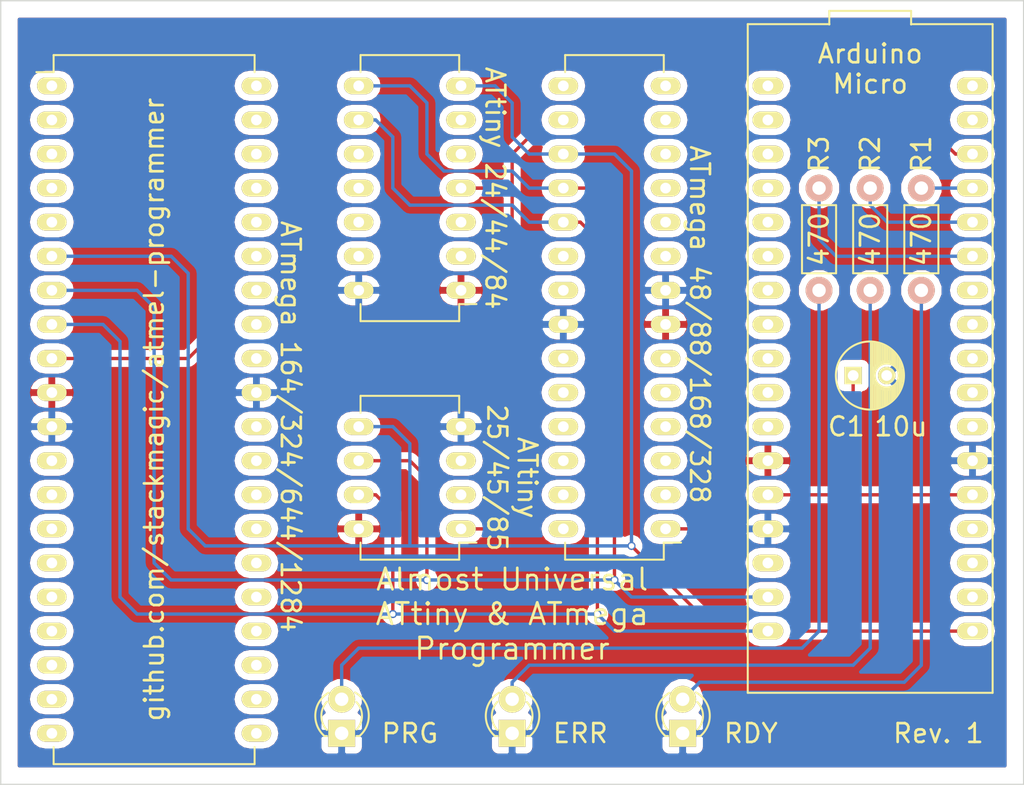
<source format=kicad_pcb>
(kicad_pcb (version 4) (host pcbnew 4.0.2+dfsg1-stable)
  (layers (0 F.Cu signal) (31 B.Cu signal) (34 B.Paste user) (35 F.Paste user) (36 B.SilkS user) (37 F.SilkS user) (38 B.Mask user) (39 F.Mask user) (44 Edge.Cuts user))
  (net 0 "")
  (net 1 "Net-(C1-Pad1)")
  (net 2 GND)
  (net 3 "Net-(D1-Pad2)")
  (net 4 "Net-(D2-Pad2)")
  (net 5 "Net-(D3-Pad2)")
  (net 6 RST)
  (net 7 "Net-(IC1-Pad2)")
  (net 8 "Net-(IC1-Pad3)")
  (net 9 MOSI)
  (net 10 MISO)
  (net 11 VCC)
  (net 12 "Net-(IC2-Pad2)")
  (net 13 "Net-(IC2-Pad3)")
  (net 14 "Net-(IC2-Pad5)")
  (net 15 "Net-(IC2-Pad6)")
  (net 16 SCK)
  (net 17 "Net-(IC2-Pad10)")
  (net 18 "Net-(IC2-Pad11)")
  (net 19 "Net-(IC2-Pad12)")
  (net 20 "Net-(IC2-Pad13)")
  (net 21 "Net-(IC3-Pad2)")
  (net 22 "Net-(IC3-Pad3)")
  (net 23 "Net-(IC3-Pad4)")
  (net 24 "Net-(IC3-Pad5)")
  (net 25 "Net-(IC3-Pad6)")
  (net 26 "Net-(IC3-Pad9)")
  (net 27 "Net-(IC3-Pad10)")
  (net 28 "Net-(IC3-Pad11)")
  (net 29 "Net-(IC3-Pad12)")
  (net 30 "Net-(IC3-Pad13)")
  (net 31 "Net-(IC3-Pad14)")
  (net 32 "Net-(IC3-Pad15)")
  (net 33 "Net-(IC3-Pad16)")
  (net 34 "Net-(IC3-Pad20)")
  (net 35 "Net-(IC3-Pad21)")
  (net 36 "Net-(IC3-Pad23)")
  (net 37 "Net-(IC3-Pad24)")
  (net 38 "Net-(IC3-Pad25)")
  (net 39 "Net-(IC3-Pad26)")
  (net 40 "Net-(IC3-Pad27)")
  (net 41 "Net-(IC3-Pad28)")
  (net 42 "Net-(IC4-Pad1)")
  (net 43 "Net-(IC4-Pad2)")
  (net 44 "Net-(IC4-Pad3)")
  (net 45 "Net-(IC4-Pad4)")
  (net 46 "Net-(IC4-Pad5)")
  (net 47 "Net-(IC4-Pad12)")
  (net 48 "Net-(IC4-Pad13)")
  (net 49 "Net-(IC4-Pad14)")
  (net 50 "Net-(IC4-Pad15)")
  (net 51 "Net-(IC4-Pad16)")
  (net 52 "Net-(IC4-Pad17)")
  (net 53 "Net-(IC4-Pad18)")
  (net 54 "Net-(IC4-Pad19)")
  (net 55 "Net-(IC4-Pad20)")
  (net 56 "Net-(IC4-Pad21)")
  (net 57 "Net-(IC4-Pad22)")
  (net 58 "Net-(IC4-Pad23)")
  (net 59 "Net-(IC4-Pad24)")
  (net 60 "Net-(IC4-Pad25)")
  (net 61 "Net-(IC4-Pad26)")
  (net 62 "Net-(IC4-Pad27)")
  (net 63 "Net-(IC4-Pad28)")
  (net 64 "Net-(IC4-Pad29)")
  (net 65 "Net-(IC4-Pad30)")
  (net 66 "Net-(IC4-Pad32)")
  (net 67 "Net-(IC4-Pad33)")
  (net 68 "Net-(IC4-Pad34)")
  (net 69 "Net-(IC4-Pad35)")
  (net 70 "Net-(IC4-Pad36)")
  (net 71 "Net-(IC4-Pad37)")
  (net 72 "Net-(IC4-Pad38)")
  (net 73 "Net-(IC4-Pad39)")
  (net 74 "Net-(IC4-Pad40)")
  (net 75 "Net-(R1-Pad2)")
  (net 76 "Net-(R2-Pad2)")
  (net 77 "Net-(R3-Pad2)")
  (module Capacitors_ThroughHole:C_Radial_D5_L6_P2.5 (layer F.Cu) (at 166.37 105.41)
    (fp_text reference C1 (at -0.508 3.81) (layer F.SilkS) (effects (font (size 1.4 1.4) (thickness 0.2))))
    (fp_text value 10u (at 3.556 3.81) (layer F.SilkS) (effects (font (size 1.4 1.4) (thickness 0.2))))
    (fp_line (start 1.325 -2.499) (end 1.325 2.499) (layer F.SilkS) (width 0.15))
    (fp_line (start 1.465 -2.491) (end 1.465 2.491) (layer F.SilkS) (width 0.15))
    (fp_line (start 1.605 -2.475) (end 1.605 -0.095) (layer F.SilkS) (width 0.15))
    (fp_line (start 1.605 0.095) (end 1.605 2.475) (layer F.SilkS) (width 0.15))
    (fp_line (start 1.745 -2.451) (end 1.745 -0.49) (layer F.SilkS) (width 0.15))
    (fp_line (start 1.745 0.49) (end 1.745 2.451) (layer F.SilkS) (width 0.15))
    (fp_line (start 1.885 -2.418) (end 1.885 -0.657) (layer F.SilkS) (width 0.15))
    (fp_line (start 1.885 0.657) (end 1.885 2.418) (layer F.SilkS) (width 0.15))
    (fp_line (start 2.025 -2.377) (end 2.025 -0.764) (layer F.SilkS) (width 0.15))
    (fp_line (start 2.025 0.764) (end 2.025 2.377) (layer F.SilkS) (width 0.15))
    (fp_line (start 2.165 -2.327) (end 2.165 -0.835) (layer F.SilkS) (width 0.15))
    (fp_line (start 2.165 0.835) (end 2.165 2.327) (layer F.SilkS) (width 0.15))
    (fp_line (start 2.305 -2.266) (end 2.305 -0.879) (layer F.SilkS) (width 0.15))
    (fp_line (start 2.305 0.879) (end 2.305 2.266) (layer F.SilkS) (width 0.15))
    (fp_line (start 2.445 -2.196) (end 2.445 -0.898) (layer F.SilkS) (width 0.15))
    (fp_line (start 2.445 0.898) (end 2.445 2.196) (layer F.SilkS) (width 0.15))
    (fp_line (start 2.585 -2.114) (end 2.585 -0.896) (layer F.SilkS) (width 0.15))
    (fp_line (start 2.585 0.896) (end 2.585 2.114) (layer F.SilkS) (width 0.15))
    (fp_line (start 2.725 -2.019) (end 2.725 -0.871) (layer F.SilkS) (width 0.15))
    (fp_line (start 2.725 0.871) (end 2.725 2.019) (layer F.SilkS) (width 0.15))
    (fp_line (start 2.865 -1.908) (end 2.865 -0.823) (layer F.SilkS) (width 0.15))
    (fp_line (start 2.865 0.823) (end 2.865 1.908) (layer F.SilkS) (width 0.15))
    (fp_line (start 3.005 -1.78) (end 3.005 -0.745) (layer F.SilkS) (width 0.15))
    (fp_line (start 3.005 0.745) (end 3.005 1.78) (layer F.SilkS) (width 0.15))
    (fp_line (start 3.145 -1.631) (end 3.145 -0.628) (layer F.SilkS) (width 0.15))
    (fp_line (start 3.145 0.628) (end 3.145 1.631) (layer F.SilkS) (width 0.15))
    (fp_line (start 3.285 -1.452) (end 3.285 -0.44) (layer F.SilkS) (width 0.15))
    (fp_line (start 3.285 0.44) (end 3.285 1.452) (layer F.SilkS) (width 0.15))
    (fp_line (start 3.425 -1.233) (end 3.425 1.233) (layer F.SilkS) (width 0.15))
    (fp_line (start 3.565 -0.944) (end 3.565 0.944) (layer F.SilkS) (width 0.15))
    (fp_line (start 3.705 -0.472) (end 3.705 0.472) (layer F.SilkS) (width 0.15))
    (fp_circle (center 2.5 0) (end 2.5 -0.9) (layer F.SilkS) (width 0.15))
    (fp_circle (center 1.25 0) (end 1.25 -2.5375) (layer F.SilkS) (width 0.15))
    (pad 1 thru_hole rect (at 0 0) (size 1.3 1.3) (drill 0.8) (layers *.Cu *.Mask F.SilkS) (net 1 "Net-(C1-Pad1)"))
    (pad 2 thru_hole circle (at 2.5 0) (size 1.3 1.3) (drill 0.8) (layers *.Cu *.Mask F.SilkS) (net 2 GND))
  )
  (module custom_footprints:ArduinoMicro (layer F.Cu) (at 167.64 104.14 270)
    (fp_text reference U1 hide)
    (fp_text value Arduino_Micro_ISP hide)
    (fp_line (start -24.892 3.048) (end -25.908 3.048) (layer F.SilkS) (width 0.15))
    (fp_line (start -25.908 3.048) (end -25.908 -3.048) (layer F.SilkS) (width 0.15))
    (fp_line (start -25.908 -3.048) (end -24.892 -3.048) (layer F.SilkS) (width 0.15))
    (fp_line (start -24.92 9.119999) (end 24.92 9.12) (layer F.SilkS) (width 0.15))
    (fp_line (start 24.92 9.12) (end 24.92 -9.119999) (layer F.SilkS) (width 0.15))
    (fp_line (start 24.92 -9.119999) (end -24.92 -9.12) (layer F.SilkS) (width 0.15))
    (fp_line (start -24.92 -9.12) (end -24.92 -3.04) (layer F.SilkS) (width 0.15))
    (fp_line (start -24.92 3.039999) (end -24.92 9.119999) (layer F.SilkS) (width 0.15))
    (pad 34 thru_hole oval (at -20.32 -7.62 270) (size 1.25 2.3) (drill 0.8) (layers *.Cu *.Mask F.SilkS))
    (pad 1 thru_hole oval (at -20.32 7.62 270) (size 1.25 2.3) (drill 0.8) (layers *.Cu *.Mask F.SilkS))
    (pad 33 thru_hole oval (at -17.78 -7.62 270) (size 1.25 2.3) (drill 0.8) (layers *.Cu *.Mask F.SilkS))
    (pad 2 thru_hole oval (at -17.78 7.62 270) (size 1.25 2.3) (drill 0.8) (layers *.Cu *.Mask F.SilkS))
    (pad 32 thru_hole oval (at -15.24 -7.62 270) (size 1.25 2.3) (drill 0.8) (layers *.Cu *.Mask F.SilkS) (net 6 RST))
    (pad 3 thru_hole oval (at -15.24 7.62 270) (size 1.25 2.3) (drill 0.8) (layers *.Cu *.Mask F.SilkS))
    (pad 31 thru_hole oval (at -12.7 -7.62 270) (size 1.25 2.3) (drill 0.8) (layers *.Cu *.Mask F.SilkS) (net 75 "Net-(R1-Pad2)"))
    (pad 4 thru_hole oval (at -12.7 7.62 270) (size 1.25 2.3) (drill 0.8) (layers *.Cu *.Mask F.SilkS))
    (pad 30 thru_hole oval (at -10.16 -7.62 270) (size 1.25 2.3) (drill 0.8) (layers *.Cu *.Mask F.SilkS) (net 76 "Net-(R2-Pad2)"))
    (pad 5 thru_hole oval (at -10.16 7.62 270) (size 1.25 2.3) (drill 0.8) (layers *.Cu *.Mask F.SilkS))
    (pad 29 thru_hole oval (at -7.62 -7.62 270) (size 1.25 2.3) (drill 0.8) (layers *.Cu *.Mask F.SilkS) (net 77 "Net-(R3-Pad2)"))
    (pad 6 thru_hole oval (at -7.62 7.62 270) (size 1.25 2.3) (drill 0.8) (layers *.Cu *.Mask F.SilkS))
    (pad 28 thru_hole oval (at -5.08 -7.62 270) (size 1.25 2.3) (drill 0.8) (layers *.Cu *.Mask F.SilkS))
    (pad 7 thru_hole oval (at -5.08 7.62 270) (size 1.25 2.3) (drill 0.8) (layers *.Cu *.Mask F.SilkS))
    (pad 27 thru_hole oval (at -2.54 -7.62 270) (size 1.25 2.3) (drill 0.8) (layers *.Cu *.Mask F.SilkS))
    (pad 8 thru_hole oval (at -2.54 7.62 270) (size 1.25 2.3) (drill 0.8) (layers *.Cu *.Mask F.SilkS))
    (pad 26 thru_hole oval (at 0 -7.62 270) (size 1.25 2.3) (drill 0.8) (layers *.Cu *.Mask F.SilkS))
    (pad 9 thru_hole oval (at 0 7.62 270) (size 1.25 2.3) (drill 0.8) (layers *.Cu *.Mask F.SilkS))
    (pad 25 thru_hole oval (at 2.54 -7.62 270) (size 1.25 2.3) (drill 0.8) (layers *.Cu *.Mask F.SilkS))
    (pad 10 thru_hole oval (at 2.54 7.62 270) (size 1.25 2.3) (drill 0.8) (layers *.Cu *.Mask F.SilkS))
    (pad 24 thru_hole oval (at 5.08 -7.62 270) (size 1.25 2.3) (drill 0.8) (layers *.Cu *.Mask F.SilkS))
    (pad 11 thru_hole oval (at 5.08 7.62 270) (size 1.25 2.3) (drill 0.8) (layers *.Cu *.Mask F.SilkS))
    (pad 23 thru_hole oval (at 7.62 -7.62 270) (size 1.25 2.3) (drill 0.8) (layers *.Cu *.Mask F.SilkS) (net 2 GND))
    (pad 12 thru_hole oval (at 7.62 7.62 270) (size 1.25 2.3) (drill 0.8) (layers *.Cu *.Mask F.SilkS) (net 11 VCC))
    (pad 22 thru_hole oval (at 10.16 -7.62 270) (size 1.25 2.3) (drill 0.8) (layers *.Cu *.Mask F.SilkS) (net 1 "Net-(C1-Pad1)"))
    (pad 13 thru_hole oval (at 10.16 7.62 270) (size 1.25 2.3) (drill 0.8) (layers *.Cu *.Mask F.SilkS) (net 1 "Net-(C1-Pad1)"))
    (pad 21 thru_hole oval (at 12.7 -7.62 270) (size 1.25 2.3) (drill 0.8) (layers *.Cu *.Mask F.SilkS))
    (pad 14 thru_hole oval (at 12.7 7.62 270) (size 1.25 2.3) (drill 0.8) (layers *.Cu *.Mask F.SilkS) (net 2 GND))
    (pad 20 thru_hole oval (at 15.24 -7.62 270) (size 1.25 2.3) (drill 0.8) (layers *.Cu *.Mask F.SilkS))
    (pad 15 thru_hole oval (at 15.24 7.62 270) (size 1.25 2.3) (drill 0.8) (layers *.Cu *.Mask F.SilkS))
    (pad 19 thru_hole oval (at 17.78 -7.62 270) (size 1.25 2.3) (drill 0.8) (layers *.Cu *.Mask F.SilkS))
    (pad 16 thru_hole oval (at 17.78 7.62 270) (size 1.25 2.3) (drill 0.8) (layers *.Cu *.Mask F.SilkS) (net 10 MISO))
    (pad 18 thru_hole oval (at 20.32 -7.62 270) (size 1.25 2.3) (drill 0.8) (layers *.Cu *.Mask F.SilkS) (net 9 MOSI))
    (pad 17 thru_hole oval (at 20.32 7.62 270) (size 1.25 2.3) (drill 0.8) (layers *.Cu *.Mask F.SilkS) (net 16 SCK))
  )
  (module LEDs:LED-3MM (layer F.Cu) (at 153.67 132.08 90)
    (fp_text reference D1 hide)
    (fp_text value LED hide)
    (fp_line (start -0.199 1.314) (end -0.199 1.114) (layer F.SilkS) (width 0.15))
    (fp_line (start -0.199 -1.28) (end -0.199 -1.1) (layer F.SilkS) (width 0.15))
    (fp_arc (start 1.301 0.034) (end -0.199 -1.286) (angle 108.5) (layer F.SilkS) (width 0.15))
    (fp_arc (start 1.301 0.034) (end 0.25 -1.1) (angle 85.7) (layer F.SilkS) (width 0.15))
    (fp_arc (start 1.311 0.034) (end 3.051 0.994) (angle 110) (layer F.SilkS) (width 0.15))
    (fp_arc (start 1.301 0.034) (end 2.335 1.094) (angle 87.5) (layer F.SilkS) (width 0.15))
    (fp_text user RDY (at 0 5.08 180) (layer F.SilkS) (effects (font (size 1.4 1.4) (thickness 0.2))))
    (pad 1 thru_hole rect (at 0 0 180) (size 2 2) (drill 1.00076) (layers *.Cu *.Mask F.SilkS) (net 2 GND))
    (pad 2 thru_hole circle (at 2.54 0 90) (size 2 2) (drill 1.00076) (layers *.Cu *.Mask F.SilkS) (net 3 "Net-(D1-Pad2)"))
  )
  (module LEDs:LED-3MM (layer F.Cu) (at 140.97 132.08 90)
    (fp_text reference D2 hide)
    (fp_text value LED hide)
    (fp_line (start -0.199 1.314) (end -0.199 1.114) (layer F.SilkS) (width 0.15))
    (fp_line (start -0.199 -1.28) (end -0.199 -1.1) (layer F.SilkS) (width 0.15))
    (fp_arc (start 1.301 0.034) (end -0.199 -1.286) (angle 108.5) (layer F.SilkS) (width 0.15))
    (fp_arc (start 1.301 0.034) (end 0.25 -1.1) (angle 85.7) (layer F.SilkS) (width 0.15))
    (fp_arc (start 1.311 0.034) (end 3.051 0.994) (angle 110) (layer F.SilkS) (width 0.15))
    (fp_arc (start 1.301 0.034) (end 2.335 1.094) (angle 87.5) (layer F.SilkS) (width 0.15))
    (fp_text user ERR (at 0 5.08 180) (layer F.SilkS) (effects (font (size 1.4 1.4) (thickness 0.2))))
    (pad 1 thru_hole rect (at 0 0 180) (size 2 2) (drill 1.00076) (layers *.Cu *.Mask F.SilkS) (net 2 GND))
    (pad 2 thru_hole circle (at 2.54 0 90) (size 2 2) (drill 1.00076) (layers *.Cu *.Mask F.SilkS) (net 4 "Net-(D2-Pad2)"))
  )
  (module LEDs:LED-3MM (layer F.Cu) (at 128.27 132.08 90)
    (fp_text reference D3 hide)
    (fp_text value LED hide)
    (fp_line (start -0.199 1.314) (end -0.199 1.114) (layer F.SilkS) (width 0.15))
    (fp_line (start -0.199 -1.28) (end -0.199 -1.1) (layer F.SilkS) (width 0.15))
    (fp_arc (start 1.301 0.034) (end -0.199 -1.286) (angle 108.5) (layer F.SilkS) (width 0.15))
    (fp_arc (start 1.301 0.034) (end 0.25 -1.1) (angle 85.7) (layer F.SilkS) (width 0.15))
    (fp_arc (start 1.311 0.034) (end 3.051 0.994) (angle 110) (layer F.SilkS) (width 0.15))
    (fp_arc (start 1.301 0.034) (end 2.335 1.094) (angle 87.5) (layer F.SilkS) (width 0.15))
    (fp_text user PRG (at 0 5.08 180) (layer F.SilkS) (effects (font (size 1.4 1.4) (thickness 0.2))))
    (pad 1 thru_hole rect (at 0 0 180) (size 2 2) (drill 1.00076) (layers *.Cu *.Mask F.SilkS) (net 2 GND))
    (pad 2 thru_hole circle (at 2.54 0 90) (size 2 2) (drill 1.00076) (layers *.Cu *.Mask F.SilkS) (net 5 "Net-(D3-Pad2)"))
  )
  (module Housings_DIP:DIP-14_W7.62mm_LongPads (layer F.Cu) (at 137.16 99.06 180)
    (fp_text reference IC2 hide)
    (fp_text value ATTINY84-P hide)
    (fp_line (start 0.135 -2.295) (end 0.135 -1.025) (layer F.SilkS) (width 0.15))
    (fp_line (start 7.485 -2.295) (end 7.485 -1.025) (layer F.SilkS) (width 0.15))
    (fp_line (start 7.485 17.535) (end 7.485 16.265) (layer F.SilkS) (width 0.15))
    (fp_line (start 0.135 17.535) (end 0.135 16.265) (layer F.SilkS) (width 0.15))
    (fp_line (start 0.135 -2.295) (end 7.485 -2.295) (layer F.SilkS) (width 0.15))
    (fp_line (start 0.135 17.535) (end 7.485 17.535) (layer F.SilkS) (width 0.15))
    (fp_line (start 0.135 -1.025) (end -1.15 -1.025) (layer F.SilkS) (width 0.15))
    (pad 1 thru_hole oval (at 0 0 180) (size 2.2 1.25) (drill 0.8) (layers *.Cu *.Mask F.SilkS) (net 11 VCC))
    (pad 2 thru_hole oval (at 0 2.54 180) (size 2.2 1.25) (drill 0.8) (layers *.Cu *.Mask F.SilkS) (net 12 "Net-(IC2-Pad2)"))
    (pad 3 thru_hole oval (at 0 5.08 180) (size 2.2 1.25) (drill 0.8) (layers *.Cu *.Mask F.SilkS) (net 13 "Net-(IC2-Pad3)"))
    (pad 4 thru_hole oval (at 0 7.62 180) (size 2.2 1.25) (drill 0.8) (layers *.Cu *.Mask F.SilkS) (net 6 RST))
    (pad 5 thru_hole oval (at 0 10.16 180) (size 2.2 1.25) (drill 0.8) (layers *.Cu *.Mask F.SilkS) (net 14 "Net-(IC2-Pad5)"))
    (pad 6 thru_hole oval (at 0 12.7 180) (size 2.2 1.25) (drill 0.8) (layers *.Cu *.Mask F.SilkS) (net 15 "Net-(IC2-Pad6)"))
    (pad 7 thru_hole oval (at 0 15.24 180) (size 2.2 1.25) (drill 0.8) (layers *.Cu *.Mask F.SilkS) (net 9 MOSI))
    (pad 8 thru_hole oval (at 7.62 15.24 180) (size 2.2 1.25) (drill 0.8) (layers *.Cu *.Mask F.SilkS) (net 10 MISO))
    (pad 9 thru_hole oval (at 7.62 12.7 180) (size 2.2 1.25) (drill 0.8) (layers *.Cu *.Mask F.SilkS) (net 16 SCK))
    (pad 10 thru_hole oval (at 7.62 10.16 180) (size 2.2 1.25) (drill 0.8) (layers *.Cu *.Mask F.SilkS) (net 17 "Net-(IC2-Pad10)"))
    (pad 11 thru_hole oval (at 7.62 7.62 180) (size 2.2 1.25) (drill 0.8) (layers *.Cu *.Mask F.SilkS) (net 18 "Net-(IC2-Pad11)"))
    (pad 12 thru_hole oval (at 7.62 5.08 180) (size 2.2 1.25) (drill 0.8) (layers *.Cu *.Mask F.SilkS) (net 19 "Net-(IC2-Pad12)"))
    (pad 13 thru_hole oval (at 7.62 2.54 180) (size 2.2 1.25) (drill 0.8) (layers *.Cu *.Mask F.SilkS) (net 20 "Net-(IC2-Pad13)"))
    (pad 14 thru_hole oval (at 7.62 0 180) (size 2.2 1.25) (drill 0.8) (layers *.Cu *.Mask F.SilkS) (net 2 GND))
  )
  (module Housings_DIP:DIP-28_W7.62mm_LongPads (layer F.Cu) (at 152.4 116.84 180)
    (fp_text reference IC3 hide)
    (fp_text value ATMEGA328-P hide)
    (fp_line (start 0.135 -2.295) (end 0.135 -1.025) (layer F.SilkS) (width 0.15))
    (fp_line (start 7.485 -2.295) (end 7.485 -1.025) (layer F.SilkS) (width 0.15))
    (fp_line (start 7.485 35.315) (end 7.485 34.045) (layer F.SilkS) (width 0.15))
    (fp_line (start 0.135 35.315) (end 0.135 34.045) (layer F.SilkS) (width 0.15))
    (fp_line (start 0.135 -2.295) (end 7.485 -2.295) (layer F.SilkS) (width 0.15))
    (fp_line (start 0.135 35.315) (end 7.485 35.315) (layer F.SilkS) (width 0.15))
    (fp_line (start 0.135 -1.025) (end -1.15 -1.025) (layer F.SilkS) (width 0.15))
    (pad 1 thru_hole oval (at 0 0 180) (size 2.2 1.25) (drill 0.8) (layers *.Cu *.Mask F.SilkS) (net 6 RST))
    (pad 2 thru_hole oval (at 0 2.54 180) (size 2.2 1.25) (drill 0.8) (layers *.Cu *.Mask F.SilkS) (net 21 "Net-(IC3-Pad2)"))
    (pad 3 thru_hole oval (at 0 5.08 180) (size 2.2 1.25) (drill 0.8) (layers *.Cu *.Mask F.SilkS) (net 22 "Net-(IC3-Pad3)"))
    (pad 4 thru_hole oval (at 0 7.62 180) (size 2.2 1.25) (drill 0.8) (layers *.Cu *.Mask F.SilkS) (net 23 "Net-(IC3-Pad4)"))
    (pad 5 thru_hole oval (at 0 10.16 180) (size 2.2 1.25) (drill 0.8) (layers *.Cu *.Mask F.SilkS) (net 24 "Net-(IC3-Pad5)"))
    (pad 6 thru_hole oval (at 0 12.7 180) (size 2.2 1.25) (drill 0.8) (layers *.Cu *.Mask F.SilkS) (net 25 "Net-(IC3-Pad6)"))
    (pad 7 thru_hole oval (at 0 15.24 180) (size 2.2 1.25) (drill 0.8) (layers *.Cu *.Mask F.SilkS) (net 11 VCC))
    (pad 8 thru_hole oval (at 0 17.78 180) (size 2.2 1.25) (drill 0.8) (layers *.Cu *.Mask F.SilkS) (net 2 GND))
    (pad 9 thru_hole oval (at 0 20.32 180) (size 2.2 1.25) (drill 0.8) (layers *.Cu *.Mask F.SilkS) (net 26 "Net-(IC3-Pad9)"))
    (pad 10 thru_hole oval (at 0 22.86 180) (size 2.2 1.25) (drill 0.8) (layers *.Cu *.Mask F.SilkS) (net 27 "Net-(IC3-Pad10)"))
    (pad 11 thru_hole oval (at 0 25.4 180) (size 2.2 1.25) (drill 0.8) (layers *.Cu *.Mask F.SilkS) (net 28 "Net-(IC3-Pad11)"))
    (pad 12 thru_hole oval (at 0 27.94 180) (size 2.2 1.25) (drill 0.8) (layers *.Cu *.Mask F.SilkS) (net 29 "Net-(IC3-Pad12)"))
    (pad 13 thru_hole oval (at 0 30.48 180) (size 2.2 1.25) (drill 0.8) (layers *.Cu *.Mask F.SilkS) (net 30 "Net-(IC3-Pad13)"))
    (pad 14 thru_hole oval (at 0 33.02 180) (size 2.2 1.25) (drill 0.8) (layers *.Cu *.Mask F.SilkS) (net 31 "Net-(IC3-Pad14)"))
    (pad 15 thru_hole oval (at 7.62 33.02 180) (size 2.2 1.25) (drill 0.8) (layers *.Cu *.Mask F.SilkS) (net 32 "Net-(IC3-Pad15)"))
    (pad 16 thru_hole oval (at 7.62 30.48 180) (size 2.2 1.25) (drill 0.8) (layers *.Cu *.Mask F.SilkS) (net 33 "Net-(IC3-Pad16)"))
    (pad 17 thru_hole oval (at 7.62 27.94 180) (size 2.2 1.25) (drill 0.8) (layers *.Cu *.Mask F.SilkS) (net 9 MOSI))
    (pad 18 thru_hole oval (at 7.62 25.4 180) (size 2.2 1.25) (drill 0.8) (layers *.Cu *.Mask F.SilkS) (net 10 MISO))
    (pad 19 thru_hole oval (at 7.62 22.86 180) (size 2.2 1.25) (drill 0.8) (layers *.Cu *.Mask F.SilkS) (net 16 SCK))
    (pad 20 thru_hole oval (at 7.62 20.32 180) (size 2.2 1.25) (drill 0.8) (layers *.Cu *.Mask F.SilkS) (net 34 "Net-(IC3-Pad20)"))
    (pad 21 thru_hole oval (at 7.62 17.78 180) (size 2.2 1.25) (drill 0.8) (layers *.Cu *.Mask F.SilkS) (net 35 "Net-(IC3-Pad21)"))
    (pad 22 thru_hole oval (at 7.62 15.24 180) (size 2.2 1.25) (drill 0.8) (layers *.Cu *.Mask F.SilkS) (net 2 GND))
    (pad 23 thru_hole oval (at 7.62 12.7 180) (size 2.2 1.25) (drill 0.8) (layers *.Cu *.Mask F.SilkS) (net 36 "Net-(IC3-Pad23)"))
    (pad 24 thru_hole oval (at 7.62 10.16 180) (size 2.2 1.25) (drill 0.8) (layers *.Cu *.Mask F.SilkS) (net 37 "Net-(IC3-Pad24)"))
    (pad 25 thru_hole oval (at 7.62 7.62 180) (size 2.2 1.25) (drill 0.8) (layers *.Cu *.Mask F.SilkS) (net 38 "Net-(IC3-Pad25)"))
    (pad 26 thru_hole oval (at 7.62 5.08 180) (size 2.2 1.25) (drill 0.8) (layers *.Cu *.Mask F.SilkS) (net 39 "Net-(IC3-Pad26)"))
    (pad 27 thru_hole oval (at 7.62 2.54 180) (size 2.2 1.25) (drill 0.8) (layers *.Cu *.Mask F.SilkS) (net 40 "Net-(IC3-Pad27)"))
    (pad 28 thru_hole oval (at 7.62 0 180) (size 2.2 1.25) (drill 0.8) (layers *.Cu *.Mask F.SilkS) (net 41 "Net-(IC3-Pad28)"))
  )
  (module Housings_DIP:DIP-40_W15.24mm_LongPads (layer F.Cu) (at 106.68 83.82)
    (fp_text reference IC4 hide)
    (fp_text value ATMEGA1284-P hide)
    (fp_line (start 0.135 -2.295) (end 0.135 -1.025) (layer F.SilkS) (width 0.15))
    (fp_line (start 15.105 -2.295) (end 15.105 -1.025) (layer F.SilkS) (width 0.15))
    (fp_line (start 15.105 50.555) (end 15.105 49.285) (layer F.SilkS) (width 0.15))
    (fp_line (start 0.135 50.555) (end 0.135 49.285) (layer F.SilkS) (width 0.15))
    (fp_line (start 0.135 -2.295) (end 15.105 -2.295) (layer F.SilkS) (width 0.15))
    (fp_line (start 0.135 50.555) (end 15.105 50.555) (layer F.SilkS) (width 0.15))
    (fp_line (start 0.135 -1.025) (end -1.15 -1.025) (layer F.SilkS) (width 0.15))
    (pad 1 thru_hole oval (at 0 0) (size 2.2 1.25) (drill 0.8) (layers *.Cu *.Mask F.SilkS) (net 42 "Net-(IC4-Pad1)"))
    (pad 2 thru_hole oval (at 0 2.54) (size 2.2 1.25) (drill 0.8) (layers *.Cu *.Mask F.SilkS) (net 43 "Net-(IC4-Pad2)"))
    (pad 3 thru_hole oval (at 0 5.08) (size 2.2 1.25) (drill 0.8) (layers *.Cu *.Mask F.SilkS) (net 44 "Net-(IC4-Pad3)"))
    (pad 4 thru_hole oval (at 0 7.62) (size 2.2 1.25) (drill 0.8) (layers *.Cu *.Mask F.SilkS) (net 45 "Net-(IC4-Pad4)"))
    (pad 5 thru_hole oval (at 0 10.16) (size 2.2 1.25) (drill 0.8) (layers *.Cu *.Mask F.SilkS) (net 46 "Net-(IC4-Pad5)"))
    (pad 6 thru_hole oval (at 0 12.7) (size 2.2 1.25) (drill 0.8) (layers *.Cu *.Mask F.SilkS) (net 9 MOSI))
    (pad 7 thru_hole oval (at 0 15.24) (size 2.2 1.25) (drill 0.8) (layers *.Cu *.Mask F.SilkS) (net 10 MISO))
    (pad 8 thru_hole oval (at 0 17.78) (size 2.2 1.25) (drill 0.8) (layers *.Cu *.Mask F.SilkS) (net 16 SCK))
    (pad 9 thru_hole oval (at 0 20.32) (size 2.2 1.25) (drill 0.8) (layers *.Cu *.Mask F.SilkS) (net 6 RST))
    (pad 10 thru_hole oval (at 0 22.86) (size 2.2 1.25) (drill 0.8) (layers *.Cu *.Mask F.SilkS) (net 11 VCC))
    (pad 11 thru_hole oval (at 0 25.4) (size 2.2 1.25) (drill 0.8) (layers *.Cu *.Mask F.SilkS) (net 2 GND))
    (pad 12 thru_hole oval (at 0 27.94) (size 2.2 1.25) (drill 0.8) (layers *.Cu *.Mask F.SilkS) (net 47 "Net-(IC4-Pad12)"))
    (pad 13 thru_hole oval (at 0 30.48) (size 2.2 1.25) (drill 0.8) (layers *.Cu *.Mask F.SilkS) (net 48 "Net-(IC4-Pad13)"))
    (pad 14 thru_hole oval (at 0 33.02) (size 2.2 1.25) (drill 0.8) (layers *.Cu *.Mask F.SilkS) (net 49 "Net-(IC4-Pad14)"))
    (pad 15 thru_hole oval (at 0 35.56) (size 2.2 1.25) (drill 0.8) (layers *.Cu *.Mask F.SilkS) (net 50 "Net-(IC4-Pad15)"))
    (pad 16 thru_hole oval (at 0 38.1) (size 2.2 1.25) (drill 0.8) (layers *.Cu *.Mask F.SilkS) (net 51 "Net-(IC4-Pad16)"))
    (pad 17 thru_hole oval (at 0 40.64) (size 2.2 1.25) (drill 0.8) (layers *.Cu *.Mask F.SilkS) (net 52 "Net-(IC4-Pad17)"))
    (pad 18 thru_hole oval (at 0 43.18) (size 2.2 1.25) (drill 0.8) (layers *.Cu *.Mask F.SilkS) (net 53 "Net-(IC4-Pad18)"))
    (pad 19 thru_hole oval (at 0 45.72) (size 2.2 1.25) (drill 0.8) (layers *.Cu *.Mask F.SilkS) (net 54 "Net-(IC4-Pad19)"))
    (pad 20 thru_hole oval (at 0 48.26) (size 2.2 1.25) (drill 0.8) (layers *.Cu *.Mask F.SilkS) (net 55 "Net-(IC4-Pad20)"))
    (pad 21 thru_hole oval (at 15.24 48.26) (size 2.2 1.25) (drill 0.8) (layers *.Cu *.Mask F.SilkS) (net 56 "Net-(IC4-Pad21)"))
    (pad 22 thru_hole oval (at 15.24 45.72) (size 2.2 1.25) (drill 0.8) (layers *.Cu *.Mask F.SilkS) (net 57 "Net-(IC4-Pad22)"))
    (pad 23 thru_hole oval (at 15.24 43.18) (size 2.2 1.25) (drill 0.8) (layers *.Cu *.Mask F.SilkS) (net 58 "Net-(IC4-Pad23)"))
    (pad 24 thru_hole oval (at 15.24 40.64) (size 2.2 1.25) (drill 0.8) (layers *.Cu *.Mask F.SilkS) (net 59 "Net-(IC4-Pad24)"))
    (pad 25 thru_hole oval (at 15.24 38.1) (size 2.2 1.25) (drill 0.8) (layers *.Cu *.Mask F.SilkS) (net 60 "Net-(IC4-Pad25)"))
    (pad 26 thru_hole oval (at 15.24 35.56) (size 2.2 1.25) (drill 0.8) (layers *.Cu *.Mask F.SilkS) (net 61 "Net-(IC4-Pad26)"))
    (pad 27 thru_hole oval (at 15.24 33.02) (size 2.2 1.25) (drill 0.8) (layers *.Cu *.Mask F.SilkS) (net 62 "Net-(IC4-Pad27)"))
    (pad 28 thru_hole oval (at 15.24 30.48) (size 2.2 1.25) (drill 0.8) (layers *.Cu *.Mask F.SilkS) (net 63 "Net-(IC4-Pad28)"))
    (pad 29 thru_hole oval (at 15.24 27.94) (size 2.2 1.25) (drill 0.8) (layers *.Cu *.Mask F.SilkS) (net 64 "Net-(IC4-Pad29)"))
    (pad 30 thru_hole oval (at 15.24 25.4) (size 2.2 1.25) (drill 0.8) (layers *.Cu *.Mask F.SilkS) (net 65 "Net-(IC4-Pad30)"))
    (pad 31 thru_hole oval (at 15.24 22.86) (size 2.2 1.25) (drill 0.8) (layers *.Cu *.Mask F.SilkS) (net 2 GND))
    (pad 32 thru_hole oval (at 15.24 20.32) (size 2.2 1.25) (drill 0.8) (layers *.Cu *.Mask F.SilkS) (net 66 "Net-(IC4-Pad32)"))
    (pad 33 thru_hole oval (at 15.24 17.78) (size 2.2 1.25) (drill 0.8) (layers *.Cu *.Mask F.SilkS) (net 67 "Net-(IC4-Pad33)"))
    (pad 34 thru_hole oval (at 15.24 15.24) (size 2.2 1.25) (drill 0.8) (layers *.Cu *.Mask F.SilkS) (net 68 "Net-(IC4-Pad34)"))
    (pad 35 thru_hole oval (at 15.24 12.7) (size 2.2 1.25) (drill 0.8) (layers *.Cu *.Mask F.SilkS) (net 69 "Net-(IC4-Pad35)"))
    (pad 36 thru_hole oval (at 15.24 10.16) (size 2.2 1.25) (drill 0.8) (layers *.Cu *.Mask F.SilkS) (net 70 "Net-(IC4-Pad36)"))
    (pad 37 thru_hole oval (at 15.24 7.62) (size 2.2 1.25) (drill 0.8) (layers *.Cu *.Mask F.SilkS) (net 71 "Net-(IC4-Pad37)"))
    (pad 38 thru_hole oval (at 15.24 5.08) (size 2.2 1.25) (drill 0.8) (layers *.Cu *.Mask F.SilkS) (net 72 "Net-(IC4-Pad38)"))
    (pad 39 thru_hole oval (at 15.24 2.54) (size 2.2 1.25) (drill 0.8) (layers *.Cu *.Mask F.SilkS) (net 73 "Net-(IC4-Pad39)"))
    (pad 40 thru_hole oval (at 15.24 0) (size 2.2 1.25) (drill 0.8) (layers *.Cu *.Mask F.SilkS) (net 74 "Net-(IC4-Pad40)"))
  )
  (module Housings_DIP:DIP-8_W7.62mm_LongPads (layer F.Cu) (at 137.16 116.84 180)
    (fp_text reference IC1 hide)
    (fp_text value ATTINY85-P hide)
    (fp_line (start 0.135 -2.295) (end 0.135 -1.025) (layer F.SilkS) (width 0.15))
    (fp_line (start 7.485 -2.295) (end 7.485 -1.025) (layer F.SilkS) (width 0.15))
    (fp_line (start 7.485 9.915) (end 7.485 8.645) (layer F.SilkS) (width 0.15))
    (fp_line (start 0.135 9.915) (end 0.135 8.645) (layer F.SilkS) (width 0.15))
    (fp_line (start 0.135 -2.295) (end 7.485 -2.295) (layer F.SilkS) (width 0.15))
    (fp_line (start 0.135 9.915) (end 7.485 9.915) (layer F.SilkS) (width 0.15))
    (fp_line (start 0.135 -1.025) (end -1.15 -1.025) (layer F.SilkS) (width 0.15))
    (pad 1 thru_hole oval (at 0 0 180) (size 2.2 1.25) (drill 0.8) (layers *.Cu *.Mask F.SilkS) (net 6 RST))
    (pad 2 thru_hole oval (at 0 2.54 180) (size 2.2 1.25) (drill 0.8) (layers *.Cu *.Mask F.SilkS) (net 7 "Net-(IC1-Pad2)"))
    (pad 3 thru_hole oval (at 0 5.08 180) (size 2.2 1.25) (drill 0.8) (layers *.Cu *.Mask F.SilkS) (net 8 "Net-(IC1-Pad3)"))
    (pad 4 thru_hole oval (at 0 7.62 180) (size 2.2 1.25) (drill 0.8) (layers *.Cu *.Mask F.SilkS) (net 2 GND))
    (pad 5 thru_hole oval (at 7.62 7.62 180) (size 2.2 1.25) (drill 0.8) (layers *.Cu *.Mask F.SilkS) (net 9 MOSI))
    (pad 6 thru_hole oval (at 7.62 5.08 180) (size 2.2 1.25) (drill 0.8) (layers *.Cu *.Mask F.SilkS) (net 10 MISO))
    (pad 7 thru_hole oval (at 7.62 2.54 180) (size 2.2 1.25) (drill 0.8) (layers *.Cu *.Mask F.SilkS) (net 16 SCK))
    (pad 8 thru_hole oval (at 7.62 0 180) (size 2.2 1.25) (drill 0.8) (layers *.Cu *.Mask F.SilkS) (net 11 VCC))
  )
  (module Resistors_ThroughHole:Resistor_Horizontal_RM7mm (layer F.Cu) (at 171.45 99.06 90)
    (fp_text reference R1 (at 10.16 0 90) (layer F.SilkS) (effects (font (size 1.4 1.4) (thickness 0.2))))
    (fp_text value 470 (at 3.81 0 90) (layer F.SilkS) (effects (font (size 1.4 1.4) (thickness 0.2))))
    (fp_line (start 1.27 -1.27) (end 6.35 -1.27) (layer F.SilkS) (width 0.15))
    (fp_line (start 6.35 -1.27) (end 6.35 1.27) (layer F.SilkS) (width 0.15))
    (fp_line (start 6.35 1.27) (end 1.27 1.27) (layer F.SilkS) (width 0.15))
    (fp_line (start 1.27 1.27) (end 1.27 -1.27) (layer F.SilkS) (width 0.15))
    (pad 1 thru_hole circle (at 0 0 90) (size 1.99898 1.99898) (drill 1.00076) (layers *.Cu *.SilkS *.Mask) (net 3 "Net-(D1-Pad2)"))
    (pad 2 thru_hole circle (at 7.62 0 90) (size 1.99898 1.99898) (drill 1.00076) (layers *.Cu *.SilkS *.Mask) (net 75 "Net-(R1-Pad2)"))
  )
  (module Resistors_ThroughHole:Resistor_Horizontal_RM7mm (layer F.Cu) (at 167.64 99.06 90)
    (fp_text reference R2 (at 10.16 0 90) (layer F.SilkS) (effects (font (size 1.4 1.4) (thickness 0.2))))
    (fp_text value 470 (at 3.81 0 90) (layer F.SilkS) (effects (font (size 1.4 1.4) (thickness 0.2))))
    (fp_line (start 1.27 -1.27) (end 6.35 -1.27) (layer F.SilkS) (width 0.15))
    (fp_line (start 6.35 -1.27) (end 6.35 1.27) (layer F.SilkS) (width 0.15))
    (fp_line (start 6.35 1.27) (end 1.27 1.27) (layer F.SilkS) (width 0.15))
    (fp_line (start 1.27 1.27) (end 1.27 -1.27) (layer F.SilkS) (width 0.15))
    (pad 1 thru_hole circle (at 0 0 90) (size 1.99898 1.99898) (drill 1.00076) (layers *.Cu *.SilkS *.Mask) (net 4 "Net-(D2-Pad2)"))
    (pad 2 thru_hole circle (at 7.62 0 90) (size 1.99898 1.99898) (drill 1.00076) (layers *.Cu *.SilkS *.Mask) (net 76 "Net-(R2-Pad2)"))
  )
  (module Resistors_ThroughHole:Resistor_Horizontal_RM7mm (layer F.Cu) (at 163.83 99.06 90)
    (fp_text reference R3 (at 10.16 0 90) (layer F.SilkS) (effects (font (size 1.4 1.4) (thickness 0.2))))
    (fp_text value 470 (at 3.81 0 90) (layer F.SilkS) (effects (font (size 1.4 1.4) (thickness 0.2))))
    (fp_line (start 1.27 -1.27) (end 6.35 -1.27) (layer F.SilkS) (width 0.15))
    (fp_line (start 6.35 -1.27) (end 6.35 1.27) (layer F.SilkS) (width 0.15))
    (fp_line (start 6.35 1.27) (end 1.27 1.27) (layer F.SilkS) (width 0.15))
    (fp_line (start 1.27 1.27) (end 1.27 -1.27) (layer F.SilkS) (width 0.15))
    (pad 1 thru_hole circle (at 0 0 90) (size 1.99898 1.99898) (drill 1.00076) (layers *.Cu *.SilkS *.Mask) (net 5 "Net-(D3-Pad2)"))
    (pad 2 thru_hole circle (at 7.62 0 90) (size 1.99898 1.99898) (drill 1.00076) (layers *.Cu *.SilkS *.Mask) (net 77 "Net-(R3-Pad2)"))
  )
  (gr_text github.com/stackmagic/atmel-programmer (at 114.3 107.95 90) (layer F.SilkS) (effects (font (size 1.4 1.4) (thickness 0.2))))
  (gr_text "Rev. 1" (at 172.72 132.08) (layer F.SilkS) (effects (font (size 1.4 1.4) (thickness 0.2))))
  (gr_text "Almost Universal\nATtiny & ATmega\nProgrammer" (at 140.97 123.19) (layer F.SilkS) (effects (font (size 1.6 1.6) (thickness 0.2))))
  (gr_text "ATmega 48/88/168/328" (at 154.94 101.6 270) (layer F.SilkS) (effects (font (size 1.4 1.4) (thickness 0.2))))
  (gr_text "Arduino\nMicro" (at 167.64 82.55) (layer F.SilkS) (effects (font (size 1.4 1.4) (thickness 0.2))))
  (gr_text "ATmega 164/324/644/1284" (at 124.46 109.22 270) (layer F.SilkS) (effects (font (size 1.4 1.4) (thickness 0.2))))
  (gr_text "ATtiny 24/44/84" (at 139.7 91.44 270) (layer F.SilkS) (effects (font (size 1.4 1.4) (thickness 0.2))))
  (gr_text "ATtiny\n25/45/85" (at 140.97 113.03 270) (layer F.SilkS) (effects (font (size 1.4 1.4) (thickness 0.2))))
  (gr_line (start 102.87 135.89) (end 102.87 77.47) (angle 90) (layer Edge.Cuts) (width 0.1))
  (gr_line (start 179.07 135.89) (end 102.87 135.89) (angle 90) (layer Edge.Cuts) (width 0.1))
  (gr_line (start 179.07 77.47) (end 179.07 135.89) (angle 90) (layer Edge.Cuts) (width 0.1))
  (gr_line (start 102.87 77.47) (end 179.07 77.47) (angle 90) (layer Edge.Cuts) (width 0.1))
  (segment (start 166.37 105.41) (end 166.37 114.3) (width 0.25) (layer F.Cu) (net 1))
  (segment (start 160.02 114.3) (end 166.37 114.3) (width 0.25) (layer F.Cu) (net 1))
  (segment (start 166.37 114.3) (end 175.26 114.3) (width 0.25) (layer F.Cu) (net 1))
  (segment (start 154.94 128.27) (end 153.67 129.54) (width 0.25) (layer B.Cu) (net 3))
  (segment (start 171.45 99.06) (end 171.45 127) (width 0.25) (layer B.Cu) (net 3))
  (segment (start 170.18 128.27) (end 154.94 128.27) (width 0.25) (layer B.Cu) (net 3))
  (segment (start 171.45 127) (end 170.18 128.27) (width 0.25) (layer B.Cu) (net 3))
  (segment (start 167.64 99.06) (end 167.64 125.73) (width 0.25) (layer B.Cu) (net 4))
  (segment (start 140.97 128.27) (end 140.97 129.54) (width 0.25) (layer B.Cu) (net 4))
  (segment (start 142.24 127) (end 140.97 128.27) (width 0.25) (layer B.Cu) (net 4))
  (segment (start 166.37 127) (end 142.24 127) (width 0.25) (layer B.Cu) (net 4))
  (segment (start 167.64 125.73) (end 166.37 127) (width 0.25) (layer B.Cu) (net 4))
  (segment (start 163.83 99.06) (end 163.83 124.46) (width 0.25) (layer B.Cu) (net 5))
  (segment (start 128.27 127) (end 128.27 129.54) (width 0.25) (layer B.Cu) (net 5))
  (segment (start 129.54 125.73) (end 128.27 127) (width 0.25) (layer B.Cu) (net 5))
  (segment (start 162.56 125.73) (end 129.54 125.73) (width 0.25) (layer B.Cu) (net 5))
  (segment (start 163.83 124.46) (end 162.56 125.73) (width 0.25) (layer B.Cu) (net 5))
  (segment (start 140.97 88.9) (end 142.24 87.63) (width 0.25) (layer F.Cu) (net 6))
  (segment (start 140.97 91.44) (end 140.97 88.9) (width 0.25) (layer F.Cu) (net 6))
  (segment (start 142.24 87.63) (end 156.21 87.63) (width 0.25) (layer F.Cu) (net 6))
  (segment (start 106.68 104.14) (end 116.84 104.14) (width 0.25) (layer F.Cu) (net 6))
  (segment (start 118.11 102.87) (end 140.97 102.87) (width 0.25) (layer F.Cu) (net 6))
  (segment (start 116.84 104.14) (end 118.11 102.87) (width 0.25) (layer F.Cu) (net 6))
  (segment (start 152.4 116.84) (end 154.94 116.84) (width 0.25) (layer F.Cu) (net 6))
  (segment (start 156.21 115.57) (end 156.21 87.63) (width 0.25) (layer F.Cu) (net 6))
  (segment (start 154.94 116.84) (end 156.21 115.57) (width 0.25) (layer F.Cu) (net 6))
  (segment (start 137.16 116.84) (end 139.7 116.84) (width 0.25) (layer F.Cu) (net 6))
  (segment (start 140.97 115.57) (end 140.97 102.87) (width 0.25) (layer F.Cu) (net 6))
  (segment (start 140.97 102.87) (end 140.97 91.44) (width 0.25) (layer F.Cu) (net 6))
  (segment (start 139.7 116.84) (end 140.97 115.57) (width 0.25) (layer F.Cu) (net 6))
  (segment (start 140.97 91.44) (end 137.16 91.44) (width 0.25) (layer F.Cu) (net 6))
  (segment (start 175.26 88.9) (end 173.99 88.9) (width 0.25) (layer F.Cu) (net 6))
  (segment (start 140.97 91.44) (end 137.16 91.44) (width 0.25) (layer F.Cu) (net 6))
  (segment (start 173.99 88.9) (end 172.72 87.63) (width 0.25) (layer F.Cu) (net 6))
  (segment (start 172.72 87.63) (end 156.21 87.63) (width 0.25) (layer F.Cu) (net 6))
  (segment (start 144.78 88.9) (end 142.24 88.9) (width 0.25) (layer B.Cu) (net 9))
  (segment (start 139.7 83.82) (end 137.16 83.82) (width 0.25) (layer B.Cu) (net 9))
  (segment (start 140.97 85.09) (end 139.7 83.82) (width 0.25) (layer B.Cu) (net 9))
  (segment (start 140.97 87.63) (end 140.97 85.09) (width 0.25) (layer B.Cu) (net 9))
  (segment (start 142.24 88.9) (end 140.97 87.63) (width 0.25) (layer B.Cu) (net 9))
  (segment (start 175.26 124.46) (end 162.56 124.46) (width 0.25) (layer F.Cu) (net 9))
  (via (at 149.86 118.11) (size 0.6) (drill 0.4) (layers F.Cu B.Cu) (net 9))
  (segment (start 154.94 123.19) (end 149.86 118.11) (width 0.25) (layer F.Cu) (net 9))
  (segment (start 161.29 123.19) (end 154.94 123.19) (width 0.25) (layer F.Cu) (net 9))
  (segment (start 162.56 124.46) (end 161.29 123.19) (width 0.25) (layer F.Cu) (net 9))
  (segment (start 144.78 88.9) (end 148.59 88.9) (width 0.25) (layer B.Cu) (net 9))
  (segment (start 149.86 90.17) (end 149.86 118.11) (width 0.25) (layer B.Cu) (net 9))
  (segment (start 148.59 88.9) (end 149.86 90.17) (width 0.25) (layer B.Cu) (net 9))
  (segment (start 129.54 109.22) (end 132.08 109.22) (width 0.25) (layer B.Cu) (net 9))
  (segment (start 133.35 110.49) (end 133.35 118.11) (width 0.25) (layer B.Cu) (net 9))
  (segment (start 132.08 109.22) (end 133.35 110.49) (width 0.25) (layer B.Cu) (net 9))
  (segment (start 115.57 96.52) (end 106.68 96.52) (width 0.25) (layer B.Cu) (net 9))
  (segment (start 116.84 97.79) (end 115.57 96.52) (width 0.25) (layer B.Cu) (net 9))
  (segment (start 116.84 116.84) (end 116.84 97.79) (width 0.25) (layer B.Cu) (net 9))
  (segment (start 118.11 118.11) (end 116.84 116.84) (width 0.25) (layer B.Cu) (net 9))
  (segment (start 149.86 118.11) (end 133.35 118.11) (width 0.25) (layer B.Cu) (net 9))
  (segment (start 133.35 118.11) (end 118.11 118.11) (width 0.25) (layer B.Cu) (net 9))
  (segment (start 144.78 91.44) (end 142.24 91.44) (width 0.25) (layer B.Cu) (net 10))
  (segment (start 133.35 83.82) (end 129.54 83.82) (width 0.25) (layer B.Cu) (net 10))
  (segment (start 134.62 85.09) (end 133.35 83.82) (width 0.25) (layer B.Cu) (net 10))
  (segment (start 134.62 88.9) (end 134.62 85.09) (width 0.25) (layer B.Cu) (net 10))
  (segment (start 140.97 90.17) (end 135.89 90.17) (width 0.25) (layer B.Cu) (net 10))
  (segment (start 135.89 90.17) (end 134.62 88.9) (width 0.25) (layer B.Cu) (net 10))
  (segment (start 142.24 91.44) (end 140.97 90.17) (width 0.25) (layer B.Cu) (net 10))
  (segment (start 144.78 91.44) (end 147.32 91.44) (width 0.25) (layer F.Cu) (net 10))
  (via (at 148.59 120.65) (size 0.6) (drill 0.4) (layers F.Cu B.Cu) (net 10))
  (segment (start 148.59 92.71) (end 148.59 120.65) (width 0.25) (layer F.Cu) (net 10))
  (segment (start 147.32 91.44) (end 148.59 92.71) (width 0.25) (layer F.Cu) (net 10))
  (segment (start 129.54 111.76) (end 133.35 111.76) (width 0.25) (layer F.Cu) (net 10))
  (via (at 134.62 120.65) (size 0.6) (drill 0.4) (layers F.Cu B.Cu) (net 10))
  (segment (start 134.62 113.03) (end 134.62 120.65) (width 0.25) (layer F.Cu) (net 10))
  (segment (start 133.35 111.76) (end 134.62 113.03) (width 0.25) (layer F.Cu) (net 10))
  (segment (start 160.02 121.92) (end 149.86 121.92) (width 0.25) (layer B.Cu) (net 10))
  (segment (start 149.86 121.92) (end 148.59 120.65) (width 0.25) (layer B.Cu) (net 10))
  (segment (start 148.59 120.65) (end 148.59 120.65) (width 0.25) (layer B.Cu) (net 10))
  (segment (start 113.03 99.06) (end 106.68 99.06) (width 0.25) (layer B.Cu) (net 10))
  (segment (start 114.3 100.33) (end 113.03 99.06) (width 0.25) (layer B.Cu) (net 10))
  (segment (start 114.3 119.38) (end 114.3 100.33) (width 0.25) (layer B.Cu) (net 10))
  (segment (start 115.57 120.65) (end 114.3 119.38) (width 0.25) (layer B.Cu) (net 10))
  (segment (start 148.59 120.65) (end 134.62 120.65) (width 0.25) (layer B.Cu) (net 10))
  (segment (start 134.62 120.65) (end 115.57 120.65) (width 0.25) (layer B.Cu) (net 10))
  (segment (start 144.78 93.98) (end 142.24 93.98) (width 0.25) (layer B.Cu) (net 16))
  (segment (start 130.81 86.36) (end 129.54 86.36) (width 0.25) (layer B.Cu) (net 16))
  (segment (start 132.08 87.63) (end 130.81 86.36) (width 0.25) (layer B.Cu) (net 16))
  (segment (start 132.08 91.44) (end 132.08 87.63) (width 0.25) (layer B.Cu) (net 16))
  (segment (start 133.35 92.71) (end 132.08 91.44) (width 0.25) (layer B.Cu) (net 16))
  (segment (start 140.97 92.71) (end 133.35 92.71) (width 0.25) (layer B.Cu) (net 16))
  (segment (start 142.24 93.98) (end 140.97 92.71) (width 0.25) (layer B.Cu) (net 16))
  (segment (start 144.78 93.98) (end 146.05 93.98) (width 0.25) (layer F.Cu) (net 16))
  (via (at 147.32 123.19) (size 0.6) (drill 0.4) (layers F.Cu B.Cu) (net 16))
  (segment (start 147.32 95.25) (end 147.32 123.19) (width 0.25) (layer F.Cu) (net 16))
  (segment (start 146.05 93.98) (end 147.32 95.25) (width 0.25) (layer F.Cu) (net 16))
  (segment (start 129.54 114.3) (end 130.81 114.3) (width 0.25) (layer F.Cu) (net 16))
  (via (at 132.08 123.19) (size 0.6) (drill 0.4) (layers F.Cu B.Cu) (net 16))
  (segment (start 132.08 115.57) (end 132.08 123.19) (width 0.25) (layer F.Cu) (net 16))
  (segment (start 130.81 114.3) (end 132.08 115.57) (width 0.25) (layer F.Cu) (net 16))
  (segment (start 160.02 124.46) (end 148.59 124.46) (width 0.25) (layer B.Cu) (net 16))
  (segment (start 148.59 124.46) (end 147.32 123.19) (width 0.25) (layer B.Cu) (net 16))
  (segment (start 147.32 123.19) (end 147.32 123.19) (width 0.25) (layer B.Cu) (net 16))
  (segment (start 110.49 101.6) (end 106.68 101.6) (width 0.25) (layer B.Cu) (net 16))
  (segment (start 111.76 102.87) (end 110.49 101.6) (width 0.25) (layer B.Cu) (net 16))
  (segment (start 111.76 121.92) (end 111.76 102.87) (width 0.25) (layer B.Cu) (net 16))
  (segment (start 113.03 123.19) (end 111.76 121.92) (width 0.25) (layer B.Cu) (net 16))
  (segment (start 147.32 123.19) (end 132.08 123.19) (width 0.25) (layer B.Cu) (net 16))
  (segment (start 132.08 123.19) (end 113.03 123.19) (width 0.25) (layer B.Cu) (net 16))
  (segment (start 175.26 91.44) (end 171.45 91.44) (width 0.25) (layer B.Cu) (net 75))
  (segment (start 167.64 91.44) (end 167.64 92.71) (width 0.25) (layer B.Cu) (net 76))
  (segment (start 168.91 93.98) (end 175.26 93.98) (width 0.25) (layer B.Cu) (net 76))
  (segment (start 167.64 92.71) (end 168.91 93.98) (width 0.25) (layer B.Cu) (net 76))
  (segment (start 163.83 91.44) (end 163.83 95.25) (width 0.25) (layer B.Cu) (net 77))
  (segment (start 165.1 96.52) (end 175.26 96.52) (width 0.25) (layer B.Cu) (net 77))
  (segment (start 163.83 95.25) (end 165.1 96.52) (width 0.25) (layer B.Cu) (net 77))
  (zone (net 2) (net_name GND) (layer B.Cu) (connect_pads (clearance 0.508)) (min_thickness 0.254) (fill yes (arc_segments 16) (thermal_gap 0.508) (thermal_bridge_width 0.508))
    (polygon (pts (xy 177.8 134.62) (xy 104.14 134.62) (xy 104.14 78.74) (xy 177.8 78.74) (xy 177.8 134.62)))
  )
  (zone (net 11) (net_name VCC) (layer F.Cu) (connect_pads (clearance 0.508)) (min_thickness 0.254) (fill yes (arc_segments 16) (thermal_gap 0.508) (thermal_bridge_width 0.508))
    (polygon (pts (xy 177.8 134.62) (xy 104.14 134.62) (xy 104.14 78.74) (xy 177.8 78.74) (xy 177.8 134.62)))
  )
)
</source>
